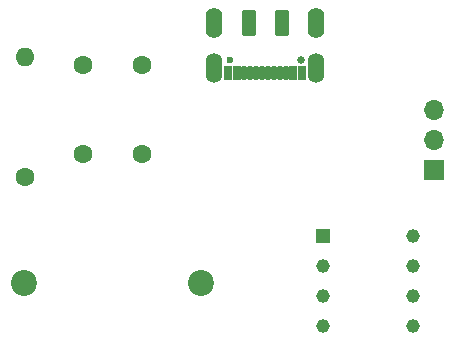
<source format=gbr>
%TF.GenerationSoftware,KiCad,Pcbnew,8.0.8*%
%TF.CreationDate,2025-02-27T22:53:54-05:00*%
%TF.ProjectId,Power_Supply_Board,506f7765-725f-4537-9570-706c795f426f,rev?*%
%TF.SameCoordinates,Original*%
%TF.FileFunction,Soldermask,Top*%
%TF.FilePolarity,Negative*%
%FSLAX46Y46*%
G04 Gerber Fmt 4.6, Leading zero omitted, Abs format (unit mm)*
G04 Created by KiCad (PCBNEW 8.0.8) date 2025-02-27 22:53:54*
%MOMM*%
%LPD*%
G01*
G04 APERTURE LIST*
G04 Aperture macros list*
%AMRoundRect*
0 Rectangle with rounded corners*
0 $1 Rounding radius*
0 $2 $3 $4 $5 $6 $7 $8 $9 X,Y pos of 4 corners*
0 Add a 4 corners polygon primitive as box body*
4,1,4,$2,$3,$4,$5,$6,$7,$8,$9,$2,$3,0*
0 Add four circle primitives for the rounded corners*
1,1,$1+$1,$2,$3*
1,1,$1+$1,$4,$5*
1,1,$1+$1,$6,$7*
1,1,$1+$1,$8,$9*
0 Add four rect primitives between the rounded corners*
20,1,$1+$1,$2,$3,$4,$5,0*
20,1,$1+$1,$4,$5,$6,$7,0*
20,1,$1+$1,$6,$7,$8,$9,0*
20,1,$1+$1,$8,$9,$2,$3,0*%
G04 Aperture macros list end*
%ADD10C,1.600000*%
%ADD11O,1.600000X1.600000*%
%ADD12R,1.160000X1.160000*%
%ADD13C,1.160000*%
%ADD14C,2.200000*%
%ADD15R,1.700000X1.700000*%
%ADD16O,1.700000X1.700000*%
%ADD17C,0.630000*%
%ADD18C,0.600000*%
%ADD19RoundRect,0.102000X0.260000X0.500000X-0.260000X0.500000X-0.260000X-0.500000X0.260000X-0.500000X0*%
%ADD20RoundRect,0.102000X0.135000X0.500000X-0.135000X0.500000X-0.135000X-0.500000X0.135000X-0.500000X0*%
%ADD21RoundRect,0.102000X0.500000X1.000000X-0.500000X1.000000X-0.500000X-1.000000X0.500000X-1.000000X0*%
%ADD22O,1.362000X2.520000*%
%ADD23O,1.404000X2.604000*%
G04 APERTURE END LIST*
D10*
%TO.C,C2*%
X167045000Y-93097200D03*
X172045000Y-93097200D03*
%TD*%
%TO.C,R1*%
X162102800Y-94970600D03*
D11*
X162102800Y-84810600D03*
%TD*%
D12*
%TO.C,IC1*%
X187380000Y-100000000D03*
D13*
X187380000Y-102540000D03*
X187380000Y-105080000D03*
X187380000Y-107620000D03*
X195000000Y-107620000D03*
X195000000Y-105080000D03*
X195000000Y-102540000D03*
X195000000Y-100000000D03*
%TD*%
D14*
%TO.C,C3*%
X162025000Y-104000000D03*
X177025000Y-104000000D03*
%TD*%
D15*
%TO.C,J2*%
X196773800Y-94422200D03*
D16*
X196773800Y-91882200D03*
X196773800Y-89342200D03*
%TD*%
D10*
%TO.C,C1*%
X167045000Y-85547200D03*
X172045000Y-85547200D03*
%TD*%
D17*
%TO.C,J1*%
X185451200Y-85091200D03*
D18*
X179451200Y-85091200D03*
D19*
X185551200Y-86191200D03*
X184801200Y-86191200D03*
D20*
X184201200Y-86191200D03*
X183701200Y-86191200D03*
X183201200Y-86191200D03*
X182701200Y-86191200D03*
X182201200Y-86191200D03*
X181701200Y-86191200D03*
X181201200Y-86191200D03*
X180701200Y-86191200D03*
D19*
X180101200Y-86191200D03*
X179351200Y-86191200D03*
D21*
X183851200Y-81991200D03*
X181051200Y-81991200D03*
D22*
X186771200Y-85816200D03*
X178131200Y-85816200D03*
D23*
X186771200Y-81991200D03*
X178131200Y-81991200D03*
%TD*%
M02*

</source>
